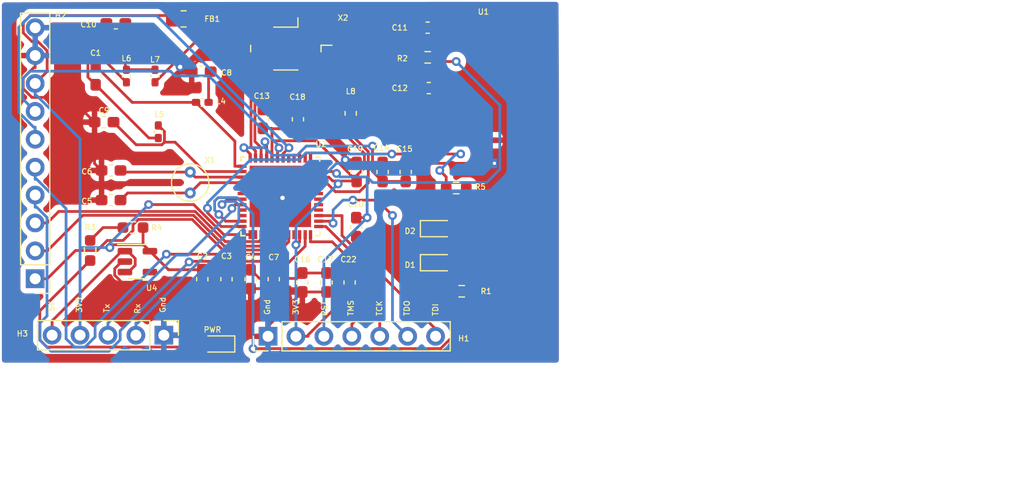
<source format=kicad_pcb>
(kicad_pcb (version 20221018) (generator pcbnew)
  (layers (0 "F.Cu" signal) (31 "B.Cu" signal) (34 "B.Paste" user) (35 "F.Paste" user) (36 "B.SilkS" user "B.Silkscreen") (37 "F.SilkS" user "F.Silkscreen") (38 "B.Mask" user) (39 "F.Mask" user) (44 "Edge.Cuts" user))
  (net 0 "")
  (net 1 "Net-(C1-Pad1)")
  (net 2 "GNDREF")
  (net 3 "Net-(U2-RF_N)")
  (net 4 "Net-(C8-Pad2)")
  (net 5 "Net-(U2-RF_P)")
  (net 6 "Net-(C10-Pad1)")
  (net 7 "Net-(C11-Pad1)")
  (net 8 "Net-(C11-Pad2)")
  (net 9 "Net-(C12-Pad1)")
  (net 10 "Net-(U2-DCOUPL)")
  (net 11 "+3V3")
  (net 12 "VDDR")
  (net 13 "Reset")
  (net 14 "X_32K_2")
  (net 15 "X_32K_1")
  (net 16 "Net-(D1-A)")
  (net 17 "Net-(D2-A)")
  (net 18 "Net-(PWR1-A)")
  (net 19 "JTAG_TMSC")
  (net 20 "JTAG_TCKC")
  (net 21 "TDO")
  (net 22 "TDI")
  (net 23 "UART_Rx")
  (net 24 "UART_Tx")
  (net 25 "+5V")
  (net 26 "/Pin_11")
  (net 27 "/Pin_10")
  (net 28 "/Pin_9")
  (net 29 "/Btn_2")
  (net 30 "/Btn_1")
  (net 31 "/An_2")
  (net 32 "/An_1")
  (net 33 "VDDS_DCDC")
  (net 34 "Net-(R3-Pad1)")
  (net 35 "/LED_1")
  (net 36 "/LED_2")
  (net 56 "X_48M_1")
  (net 57 "X_48M_2")
  (footprint "Capacitor_SMD:C_0603_1608Metric_Pad1.08x0.95mm_HandSolder" (layer "F.Cu") (at 133.9375 84.1375 90)
    (fp_text reference "C19")
    (fp_text value "0.1uf" hide)
  )
  (footprint "cc2652R7:cc2652R7" (layer "F.Cu") (at 127 86.36)
    (fp_text reference "U2")
    (fp_text value "cc2652R7" hide)
  )
  (footprint "Capacitor_SMD:C_0603_1608Metric_Pad1.08x0.95mm_HandSolder" (layer "F.Cu") (at 133.9 89.1625 -90)
    (fp_text reference "C20")
    (fp_text value "0.1uf" hide)
  )
  (footprint "Resistor_SMD:R_0603_1608Metric_Pad0.98x0.95mm_HandSolder" (layer "F.Cu") (at 113.6 89.2 180)
    (fp_text reference "R4")
    (fp_text value "0E" hide)
  )
  (footprint "Capacitor_SMD:C_0603_1608Metric_Pad1.08x0.95mm_HandSolder" (layer "F.Cu") (at 125.4 79.3 90)
    (fp_text reference "C13")
    (fp_text value "22uf" hide)
  )
  (footprint "Capacitor_SMD:C_0603_1608Metric_Pad1.08x0.95mm_HandSolder" (layer "F.Cu") (at 124.3 93.9 -90)
    (fp_text reference "C4")
    (fp_text value "0.1uf" hide)
  )
  (footprint "Capacitor_SMD:C_0603_1608Metric_Pad1.08x0.95mm_HandSolder" (layer "F.Cu") (at 122.1 93.9 -90)
    (fp_text reference "C3")
    (fp_text value "0.1uf" hide)
  )
  (footprint "Inductor_SMD:L_0402_1005Metric_Pad0.77x0.64mm_HandSolder" (layer "F.Cu") (at 119.9 77.8 180)
    (fp_text reference "L4")
    (fp_text value "3.7nH" hide)
  )
  (footprint "Capacitor_SMD:C_0603_1608Metric_Pad1.08x0.95mm_HandSolder" (layer "F.Cu") (at 119.9 93.9 -90)
    (fp_text reference "C2")
    (fp_text value "0.1uf" hide)
  )
  (footprint "Capacitor_SMD:C_0603_1608Metric_Pad1.08x0.95mm_HandSolder" (layer "F.Cu") (at 111.6 86.7 180)
    (fp_text reference "C5")
    (fp_text value "12pf" hide)
  )
  (footprint "Capacitor_SMD:C_0603_1608Metric_Pad1.08x0.95mm_HandSolder" (layer "F.Cu") (at 112.0375 70.6 180)
    (fp_text reference "C10")
    (fp_text value "1pf" hide)
  )
  (footprint "Crystal:Crystal_SMD_0603-4Pin_6.0x3.5mm_HandSoldering" (layer "F.Cu") (at 127.5 72.9 180)
    (fp_text reference "X2")
    (fp_text value "48MHz" hide)
  )
  (footprint "RF_Antenna:Texas_SWRA117D_2.4GHz_Left" (layer "F.Cu") (at 146.475 81.25 -90)
    (fp_text reference "U1")
    (fp_text value "Antenna_Dipole" hide)
  )
  (footprint "Connector_PinHeader_2.54mm:PinHeader_1x05_P2.54mm_Vertical" (layer "F.Cu") (at 116.4 99 -90)
    (fp_text reference "H3")
    (fp_text value "UART_Conn" hide)
  )
  (footprint "Capacitor_SMD:C_0603_1608Metric_Pad1.08x0.95mm_HandSolder" (layer "F.Cu") (at 119.8 75)
    (fp_text reference "C8")
    (fp_text value "12pf" hide)
  )
  (footprint "Capacitor_SMD:C_0603_1608Metric_Pad1.08x0.95mm_HandSolder" (layer "F.Cu") (at 138.4 84.1375 90)
    (fp_text reference "C15")
    (fp_text value "0.1uf" hide)
  )
  (footprint "Capacitor_SMD:C_0603_1608Metric_Pad1.08x0.95mm_HandSolder" (layer "F.Cu") (at 129 94.2 -90)
    (fp_text reference "C16")
    (fp_text value "0.1uf" hide)
  )
  (footprint "Resistor_SMD:R_0603_1608Metric_Pad0.98x0.95mm_HandSolder" (layer "F.Cu") (at 109.7 91.2875 -90)
    (fp_text reference "R3")
    (fp_text value "1K" hide)
  )
  (footprint "LED_SMD:LED_0603_1608Metric_Pad1.05x0.95mm_HandSolder" (layer "F.Cu") (at 141.4 89.3)
    (fp_text reference "D2")
    (fp_text value "LED_2" hide)
  )
  (footprint "Capacitor_SMD:C_0603_1608Metric_Pad1.08x0.95mm_HandSolder" (layer "F.Cu") (at 110.9625 79.6 180)
    (fp_text reference "C9")
    (fp_text value "1pf" hide)
  )
  (footprint "Capacitor_SMD:C_0603_1608Metric_Pad1.08x0.95mm_HandSolder" (layer "F.Cu") (at 111.6 84 180)
    (fp_text reference "C6")
    (fp_text value "12pf" hide)
  )
  (footprint "Resistor_SMD:R_0603_1608Metric_Pad0.98x0.95mm_HandSolder" (layer "F.Cu") (at 143 85.6)
    (fp_text reference "R5")
    (fp_text value "1K" hide)
  )
  (footprint "Capacitor_SMD:C_0603_1608Metric_Pad1.08x0.95mm_HandSolder" (layer "F.Cu") (at 140.4 71)
    (fp_text reference "C11")
    (fp_text value "12pf" hide)
  )
  (footprint "Connector_PinHeader_2.54mm:PinHeader_1x07_P2.54mm_Vertical" (layer "F.Cu") (at 125.88 99.1 90)
    (fp_text reference "H1")
    (fp_text value "JTAG_Conn" hide)
  )
  (footprint "Connector_PinHeader_2.54mm:PinHeader_1x10_P2.54mm_Vertical" (layer "F.Cu") (at 104.7 93.86 180)
    (fp_text reference "H2")
    (fp_text value "Headers" hide)
  )
  (footprint "Capacitor_SMD:C_0603_1608Metric_Pad1.08x0.95mm_HandSolder" (layer "F.Cu") (at 126.4 93.9 90)
    (fp_text reference "C7")
    (fp_text value "1uf" hide)
  )
  (footprint "Capacitor_SMD:C_0603_1608Metric_Pad1.08x0.95mm_HandSolder" (layer "F.Cu") (at 140.5 76.5)
    (fp_text reference "C12")
    (fp_text value "12pf" hide)
  )
  (footprint "Package_TO_SOT_SMD:SOT-23-5" (layer "F.Cu") (at 114 92.3)
    (fp_text reference "U4")
    (fp_text value "AP2112K-3.3" hide)
  )
  (footprint "Resistor_SMD:R_0603_1608Metric_Pad0.98x0.95mm_HandSolder" (layer "F.Cu") (at 140.4 73.7)
    (fp_text reference "R2")
    (fp_text value "100K" hide)
  )
  (footprint "Capacitor_SMD:C_0603_1608Metric_Pad1.08x0.95mm_HandSolder" (layer "F.Cu") (at 110.2 75.3375 90)
    (fp_text reference "C1")
    (fp_text value "1pf" hide)
  )
  (footprint "Inductor_SMD:L_0402_1005Metric_Pad0.77x0.64mm_HandSolder" (layer "F.Cu") (at 113 75.4 90)
    (fp_text reference "L6")
    (fp_text value "3.4nH" hide)
  )
  (footprint "Inductor_SMD:L_0402_1005Metric_Pad0.77x0.64mm_HandSolder" (layer "F.Cu") (at 115.9 80.475 -90)
    (fp_text reference "L5")
    (fp_text value "3.7nH" hide)
  )
  (footprint "Inductor_SMD:L_0402_1005Metric_Pad0.77x0.64mm_HandSolder" (layer "F.Cu") (at 115.6 75.4 -90)
    (fp_text reference "L7")
    (fp_text value "3.4nH" hide)
  )
  (footprint "LED_SMD:LED_0603_1608Metric_Pad1.05x0.95mm_HandSolder" (layer "F.Cu") (at 121.2 99.8 180)
    (fp_text reference "PWR")
    (fp_text value "LED" hide)
  )
  (footprint "Resistor_SMD:R_0805_2012Metric_Pad1.20x1.40mm_HandSolder" (layer "F.Cu") (at 118.2 70.2)
    (fp_text reference "FB1")
    (fp_text value "FerriteBead" hide)
  )
  (footprint "Capacitor_SMD:C_0603_1608Metric_Pad1.08x0.95mm_HandSolder" (layer "F.Cu") (at 128.6 79.3375 90)
    (fp_text reference "C18")
    (fp_text value "0.1uf" hide)
  )
  (footprint "Resistor_SMD:R_0603_1608Metric_Pad0.98x0.95mm_HandSolder" (layer "F.Cu") (at 143.5 95)
    (fp_text reference "R1")
    (fp_text value "1K" hide)
  )
  (footprint "Capacitor_SMD:C_0603_1608Metric_Pad1.08x0.95mm_HandSolder" (layer "F.Cu") (at 136.3 84.1375 90)
    (fp_text reference "C14")
    (fp_text value "0.1uf" hide)
  )
  (footprint "Crystal:Crystal_C38-LF_D3.0mm_L8.0mm_Vertical" (layer "F.Cu") (at 118.8 86.05 90)
    (fp_text reference "X1")
    (fp_text value "32.768KHz" hide)
  )
  (footprint "LED_SMD:LED_0603_1608Metric_Pad1.05x0.95mm_HandSolder" (layer "F.Cu") (at 141.4 92.4)
    (fp_text reference "D1")
    (fp_text value "LED_1" hide)
  )
  (footprint "Capacitor_SMD:C_0603_1608Metric_Pad1.08x0.95mm_HandSolder" (layer "F.Cu") (at 131.2 94.2 -90)
    (fp_text reference "C17")
    (fp_text value "0.1uf" hide)
  )
  (footprint "Capacitor_SMD:C_0603_1608Metric_Pad1.08x0.95mm_HandSolder" (layer "F.Cu") (at 133.3 94.2 -90)
    (fp_text reference "C22")
    (fp_text value "2.2uf" hide)
  )
  (footprint "Inductor_SMD:L_0603_1608Metric_Pad1.05x0.95mm_HandSolder" (layer "F.Cu") (at 133.4 78.8 -90)
    (fp_text reference "L8")
    (fp_text value "6.8uH" hide)
  )
  (gr_text "TDI" (at 141.4 97.3 90) (layer "F.SilkS") (effects (font (size 0.5 0.5) (thickness 0.09) bold) (justify left bottom)))
  (gr_text "RST" (at 131.3 97.3 90) (layer "F.SilkS") (effects (font (size 0.5 0.5) (thickness 0.09) bold) (justify left bottom)))
  (gr_text "TDO" (at 138.8 97.3 90) (layer "F.SilkS") (effects (font (size 0.5 0.5) (thickness 0.09) bold) (justify left bottom)))
  (gr_text "Tx" (at 111.5 97 90) (layer "F.SilkS") (effects (font (size 0.5 0.5) (thickness 0.09) bold) (justify left bottom)))
  (gr_text "3V3" (at 109 97 90) (layer "F.SilkS") (effects (font (size 0.5 0.5) (thickness 0.09) bold) (justify left bottom)))
  (gr_text "TCK" (at 136.3 97.3 90) (layer "F.SilkS") (effects (font (size 0.5 0.5) (thickness 0.09) bold) (justify left bottom)))
  (gr_text "Rx" (at 114.3 97.1 90) (layer "F.SilkS") (effects (font (size 0.5 0.5) (thickness 0.09) bold) (justify left bottom)))
  (gr_text "TMS" (at 133.7 97.3 90) (layer "F.SilkS") (effects (font (size 0.5 0.5) (thickness 0.09) bold) (justify left bottom)))
  (gr_text "5V" (at 106.5 96.9 90) (layer "F.SilkS") (effects (font (size 0.5 0.5) (thickness 0.09) bold) (justify left bottom)))
  (gr_text "Gnd" (at 116.6 97 90) (layer "F.SilkS") (effects (font (size 0.5 0.5) (thickness 0.09) bold) (justify left bottom)))
  (gr_text "3V3" (at 128.7 97.2 90) (layer "F.SilkS") (effects (font (size 0.5 0.5) (thickness 0.09) bold) (justify left bottom)))
  (gr_text "Gnd" (at 126.1 97.2 90) (layer "F.SilkS") (effects (font (size 0.5 0.5) (thickness 0.09) bold) (justify left bottom)))
  (segment (start 110.2 76.2) (end 109.4972 75.4972) (width 0.25) (layer "F.Cu") (net 1))
  (segment (start 109.4972 73.9645) (end 109.752 73.7097) (width 0.25) (layer "F.Cu") (net 1))
  (segment (start 109.4972 75.4972) (end 109.4972 73.9645) (width 0.25) (layer "F.Cu") (net 1))
  (segment (start 110.2 76.2) (end 115.0475 81.0475) (width 0.25) (layer "F.Cu") (net 1))
  (segment (start 109.752 73.7097) (end 110.7372 73.7097) (width 0.25) (layer "F.Cu") (net 1))
  (segment (start 115.0475 81.0475) (end 115.9 81.0475) (width 0.25) (layer "F.Cu") (net 1))
  (segment (start 110.7372 73.7097) (end 113 75.9725) (width 0.25) (layer "F.Cu") (net 1))
  (segment (start 140.525 90.025) (end 140.525 89.3) (width 0.25) (layer "F.Cu") (net 2))
  (segment (start 104.7 71) (end 110.775 71) (width 0.25) (layer "F.Cu") (net 2))
  (segment (start 124.85 71.4999) (end 126.3253 70.0246) (width 0.25) (layer "F.Cu") (net 2))
  (segment (start 124.78 99.1) (end 122.775 99.1) (width 0.25) (layer "F.Cu") (net 2))
  (segment (start 146.475 83.35) (end 140.525 83.35) (width 0.25) (layer "F.Cu") (net 2))
  (segment (start 132.9046 83.0309) (end 133.6934 83.0309) (width 0.25) (layer "F.Cu") (net 2))
  (segment (start 107.85 77.35) (end 110.1 79.6) (width 0.25) (layer "F.Cu") (net 2))
  (segment (start 124.85 71.6499) (end 121.8654 71.6499) (width 0.25) (layer "F.Cu") (net 2))
  (segment (start 121.8654 71.6499) (end 118.9375 74.5778) (width 0.25) (layer "F.Cu") (net 2))
  (segment (start 104.4046 77.35) (end 107.85 77.35) (width 0.25) (layer "F.Cu") (net 2))
  (segment (start 129 95.0625) (end 126.0625 98) (width 0.25) (layer "F.Cu") (net 2))
  (segment (start 140.525 90.025) (end 133.9 90.025) (width 0.25) (layer "F.Cu") (net 2))
  (segment (start 104.7 74.64) (end 104.5657 74.64) (width 0.25) (layer "F.Cu") (net 2))
  (segment (start 126.3253 70.0246) (end 131.5503 70.0246) (width 0.25) (layer "F.Cu") (net 2))
  (segment (start 103.6131 75.5926) (end 103.6131 76.5585) (width 0.25) (layer "F.Cu") (net 2))
  (segment (start 118.9375 74.5778) (end 118.9375 75) (width 0.25) (layer "F.Cu") (net 2))
  (segment (start 104.7 73.7132) (end 104.7 73.7112) (width 0.25) (layer "F.Cu") (net 2))
  (segment (start 131.7269 72.5481) (end 131.125 73.15) (width 0.25) (layer "F.Cu") (net 2))
  (segment (start 130.15 74.45) (end 130.15 76.925) (width 0.25) (layer "F.Cu") (net 2))
  (segment (start 124.85 71.4999) (end 124.85 71.6499) (width 0.25) (layer "F.Cu") (net 2))
  (segment (start 118.9375 74.5778) (end 117.8841 74.5778) (width 0.25) (layer "F.Cu") (net 2))
  (segment (start 131.7269 70.2012) (end 131.7269 72.5481) (width 0.25) (layer "F.Cu") (net 2))
  (segment (start 125.88 99.1) (end 125.88 98) (width 0.25) (layer "F.Cu") (net 2))
  (segment (start 125.88 99.1) (end 124.78 99.1) (width 0.25) (layer "F.Cu") (net 2))
  (segment (start 138.475 83.35) (end 138.4 83.275) (width 0.25) (layer "F.Cu") (net 2))
  (segment (start 130.15 74.45) (end 130.15 73.15) (width 0.25) (layer "F.Cu") (net 2))
  (segment (start 104.5657 74.64) (end 103.6131 75.5926) (width 0.25) (layer "F.Cu") (net 2))
  (segment (start 121.275 99) (end 122.075 99.8) (width 0.25) (layer "F.Cu") (net 2))
  (segment (start 140.525 89.3) (end 140.525 83.35) (width 0.25) (layer "F.Cu") (net 2))
  (segment (start 126.0625 98) (end 125.88 98) (width 0.25) (layer "F.Cu") (net 2))
  (segment (start 133.6934 83.0309) (end 133.9375 83.275) (width 0.25) (layer "F.Cu") (net 2))
  (segment (start 131.2 95.0625) (end 129 95.0625) (width 0.25) (layer "F.Cu") (net 2))
  (segment (start 116.4 99) (end 121.275 99) (width 0.25) (layer "F.Cu") (net 2))
  (segment (start 110.775 71) (end 111.175 70.6) (width 0.25) (layer "F.Cu") (net 2))
  (segment (start 140.525 92.4) (end 140.525 90.025) (width 0.25) (layer "F.Cu") (net 2))
  (segment (start 119.9 94.7625) (end 122.1 94.7625) (width 0.25) (layer "F.Cu") (net 2))
  (segment (start 129 95.0625) (end 128.7 94.7625) (width 0.25) (layer "F.Cu") (net 2))
  (segment (start 122.775 99.1) (end 122.075 99.8) (width 0.25) (layer "F.Cu") (net 2))
  (segment (start 140.525 83.35) (end 138.475 83.35) (width 0.25) (layer "F.Cu") (net 2))
  (segment (start 130.15 76.925) (end 128.6 78.475) (width 0.25) (layer "F.Cu") (net 2))
  (segment (start 111.9331 92.9402) (end 111.9331 93.5392) (width 0.25) (layer "F.Cu") (net 2))
  (segment (start 131.125 73.15) (end 130.15 73.15) (width 0.25) (layer "F.Cu") (net 2))
  (segment (start 131.5503 70.0246) (end 131.7269 70.2012) (width 0.25) (layer "F.Cu") (net 2))
  (segment (start 132.9046 82.7796) (end 128.6 78.475) (width 0.25) (layer "F.Cu") (net 2))
  (segment (start 128.6 78.475) (end 125.4375 78.475) (width 0.25) (layer "F.Cu") (net 2))
  (segment (start 104.7 73.7132) (end 104.7 74.64) (width 0.25) (layer "F.Cu") (net 2))
  (segment (start 122.1 94.7625) (end 124.3 94.7625) (width 0.25) (layer "F.Cu") (net 2))
  (segment (start 110.1 79.6) (end 110.1 83.3625) (width 0.25) (layer "F.Cu") (net 2))
  (segment (start 126.4 94.7625) (end 124.3 94.7625) (width 0.25) (layer "F.Cu") (net 2))
  (segment (start 125.4375 78.475) (end 125.4 78.4375) (width 0.25) (layer "F.Cu") (net 2))
  (segment (start 128.7 94.7625) (end 126.4 94.7625) (width 0.25) (layer "F.Cu") (net 2))
  (segment (start 112.5733 92.3) (end 111.9331 92.9402) (width 0.25) (layer "F.Cu") (net 2))
  (segment (start 124.85 71.35) (end 124.85 71.4999) (width 0.25) (layer "F.Cu") (net 2))
  (segment (start 136.3 83.275) (end 138.4 83.275) (width 0.25) (layer "F.Cu") (net 2))
  (segment (start 111.9331 93.5392) (end 113.1563 94.7624) (width 0.25) (layer "F.Cu") (net 2))
  (segment (start 133.3 95.0625) (end 131.2 95.0625) (width 0.25) (layer "F.Cu") (net 2))
  (segment (start 132.9046 83.0309) (end 132.9046 82.7796) (width 0.25) (layer "F.Cu") (net 2))
  (segment (start 112.8625 92.3) (end 112.5733 92.3) (width 0.25) (layer "F.Cu") (net 2))
  (segment (start 113.1563 94.7624) (end 119.9 94.7624) (width 0.25) (layer "F.Cu") (net 2))
  (segment (start 110.7375 84) (end 110.7375 86.7) (width 0.25) (layer "F.Cu") (net 2))
  (segment (start 104.7 73.54) (end 104.7 73.7112) (width 0.25) (layer "F.Cu") (net 2))
  (segment (start 119.9 94.7624) (end 119.9 94.7625) (width 0.25) (layer "F.Cu") (net 2))
  (segment (start 110.1 83.3625) (end 110.7375 84) (width 0.25) (layer "F.Cu") (net 2))
  (segment (start 103.6131 76.5585) (end 104.4046 77.35) (width 0.25) (layer "F.Cu") (net 2))
  (via (at 127.2 86.5) (size 0.8) (drill 0.4) (layers "F.Cu" "B.Cu") (net 2))
  (via (at 132.9046 83.0309) (size 0.8) (drill 0.4) (layers "F.Cu" "B.Cu") (net 2))
  (via (at 117.8841 74.5778) (size 0.8) (drill 0.4) (layers "F.Cu" "B.Cu") (net 2))
  (segment (start 104.7 71) (end 104.7 73.54) (width 0.25) (layer "B.Cu") (net 2))
  (segment (start 146.475 83.35) (end 145.975 83.35) (width 0.25) (layer "B.Cu") (net 2))
  (segment (start 125.88 89.5761) (end 132.106 83.3501) (width 0.25) (layer "B.Cu") (net 2))
  (segment (start 125.88 89.5761) (end 125.88 87.82) (width 0.25) (layer "B.Cu") (net 2))
  (segment (start 144.325 81.7) (end 142.783884 81.7) (width 0.25) (layer "B.Cu") (net 2))
  (segment (start 142.783884 81.7) (end 141.133884 83.35) (width 0.25) (layer "B.Cu") (net 2))
  (segment (start 132.9046 83.35) (end 132.9046 83.0309) (width 0.25) (layer "B.Cu") (net 2))
  (segment (start 116.8463 73.54) (end 117.8841 74.5778) (width 0.25) (layer "B.Cu") (net 2))
  (segment (start 132.9046 83.3501) (end 132.9046 83.35) (width 0.25) (layer "B.Cu") (net 2))
  (segment (start 132.106 83.3501) (end 132.9046 83.3501) (width 0.25) (layer "B.Cu") (net 2))
  (segment (start 125.88 87.82) (end 127.2 86.5) (width 0.25) (layer "B.Cu") (net 2))
  (segment (start 125.88 99.1) (end 125.88 89.5761) (width 0.25) (layer "B.Cu") (net 2))
  (segment (start 104.7 73.54) (end 116.8463 73.54) (width 0.25) (layer "B.Cu") (net 2))
  (segment (start 145.975 83.35) (end 144.325 81.7) (width 0.25) (layer "B.Cu") (net 2))
  (segment (start 141.133884 83.35) (end 132.9046 83.35) (width 0.25) (layer "B.Cu") (net 2))
  (segment (start 113.8849 81.6599) (end 116.224 81.6599) (width 0.25) (layer "F.Cu") (net 3))
  (segment (start 117.4236 81.4261) (end 116.4578 81.4261) (width 0.25) (layer "F.Cu") (net 3))
  (segment (start 120.0969 84.0994) (end 117.4236 81.4261) (width 0.25) (layer "F.Cu") (net 3))
  (segment (start 116.224 81.6599) (end 116.4578 81.4261) (width 0.25) (layer "F.Cu") (net 3))
  (segment (start 116.4578 80.4603) (end 115.9 79.9025) (width 0.25) (layer "F.Cu") (net 3))
  (segment (start 111.825 79.6) (end 113.8849 81.6599) (width 0.25) (layer "F.Cu") (net 3))
  (segment (start 116.4578 81.4261) (end 116.4578 80.4603) (width 0.25) (layer "F.Cu") (net 3))
  (segment (start 123.5202 84.0994) (end 120.0969 84.0994) (width 0.25) (layer "F.Cu") (net 3))
  (segment (start 120.6625 75) (end 120.4725 75.19) (width 0.25) (layer "F.Cu") (net 4))
  (segment (start 120.4725 75.19) (end 120.4725 77.8) (width 0.25) (layer "F.Cu") (net 4))
  (segment (start 123.5202 83.6168) (end 122.8638 83.6168) (width 0.25) (layer "F.Cu") (net 5))
  (segment (start 110.2 74.475) (end 113.525 77.8) (width 0.25) (layer "F.Cu") (net 5))
  (segment (start 122.8638 81.3363) (end 119.3275 77.8) (width 0.25) (layer "F.Cu") (net 5))
  (segment (start 122.8638 83.6168) (end 122.8638 81.3363) (width 0.25) (layer "F.Cu") (net 5))
  (segment (start 113.525 77.8) (end 119.3275 77.8) (width 0.25) (layer "F.Cu") (net 5))
  (segment (start 113 74.8275) (end 115.6 74.8275) (width 0.25) (layer "F.Cu") (net 6))
  (segment (start 112.9 74.7275) (end 113 74.8275) (width 0.25) (layer "F.Cu") (net 6))
  (segment (start 112.9 70.6) (end 112.9 74.7275) (width 0.25) (layer "F.Cu") (net 6))
  (segment (start 140.4 75.5375) (end 140.4 71.8625) (width 0.25) (layer "F.Cu") (net 7))
  (segment (start 140.4 71.8625) (end 139.5375 71) (width 0.25) (layer "F.Cu") (net 7))
  (segment (start 141.3625 76.5) (end 140.4 75.5375) (width 0.25) (layer "F.Cu") (net 7))
  (segment (start 139.9352 69.6727) (end 121.8998 69.6727) (width 0.25) (layer "F.Cu") (net 8))
  (segment (start 121.8998 69.6727) (end 115.6 75.9725) (width 0.25) (layer "F.Cu") (net 8))
  (segment (start 141.2625 71) (end 139.9352 69.6727) (width 0.25) (layer "F.Cu") (net 8))
  (segment (start 146.475 81.25) (end 144.3875 81.25) (width 0.25) (layer "F.Cu") (net 9))
  (segment (start 144.3875 81.25) (end 139.6375 76.5) (width 0.25) (layer "F.Cu") (net 9))
  (segment (start 126.4 93.0375) (end 127.1178 93.0375) (width 0.25) (layer "F.Cu") (net 10))
  (segment (start 129.2606 89.8398) (end 129.2606 90.4962) (width 0.25) (layer "F.Cu") (net 10))
  (segment (start 129.2606 90.8947) (end 129.2606 90.4962) (width 0.25) (layer "F.Cu") (net 10))
  (segment (start 127.1178 93.0375) (end 129.2606 90.8947) (width 0.25) (layer "F.Cu") (net 10))
  (segment (start 119.2 70.2) (end 117.2 70.2) (width 0.25) (layer "F.Cu") (net 11))
  (segment (start 133.3 93.3375) (end 134.0423 94.0798) (width 0.25) (layer "F.Cu") (net 11))
  (segment (start 131.665 96.841) (end 129.52 98.986) (width 0.25) (layer "F.Cu") (net 11))
  (segment (start 134.6459 83.7666) (end 134.6459 82.4624) (width 0.25) (layer "F.Cu") (net 11))
  (segment (start 125.0922 93.8297) (end 124.3 93.0375) (width 0.25) (layer "F.Cu") (net 11))
  (segment (start 133.8525 84.915) (end 133.8106 84.9569) (width 0.25) (layer "F.Cu") (net 11))
  (segment (start 132.6316 78.6934) (end 133.4 77.925) (width 0.25) (layer "F.Cu") (net 11))
  (segment (start 134.0423 94.0798) (end 134.0423 95.5455) (width 0.25) (layer "F.Cu") (net 11))
  (segment (start 134.0423 95.5455) (end 132.7468 96.841) (width 0.25) (layer "F.Cu") (net 11))
  (segment (start 131.2 93.3375) (end 133.3 93.3375) (width 0.25) (layer "F.Cu") (net 11))
  (segment (start 132.2582 84.9569) (end 132.2582 85.2226) (width 0.25) (layer "F.Cu") (net 11))
  (segment (start 116.825 93.0375) (end 119.9 93.0375) (width 0.25) (layer "F.Cu") (net 11))
  (segment (start 114.5502 90.7627) (end 115.1375 91.35) (width 0.25) (layer "F.Cu") (net 11))
  (segment (start 126.238 80.2) (end 126.238 81.297) (width 0.25) (layer "F.Cu") (net 11))
  (segment (start 133.8106 84.9569) (end 132.2582 84.9569) (width 0.25) (layer "F.Cu") (net 11))
  (segment (start 116.8918 69.8918) (end 104.2422 69.8918) (width 0.25) (layer "F.Cu") (net 11))
  (segment (start 134.6459 82.4624) (end 132.6316 80.4481) (width 0.25) (layer "F.Cu") (net 11))
  (segment (start 128.7526 90.4962) (end 128.6946 90.4962) (width 0.25) (layer "F.Cu") (net 11))
  (segment (start 125.4 80.1625) (end 126.2005 80.1625) (width 0.25) (layer "F.Cu") (net 11))
  (segment (start 104.4124 72.27) (end 104.9543 72.27) (width 0.25) (layer "F.Cu") (net 11))
  (segment (start 132.7468 96.841) (end 131.665 96.841) (width 0.25) (layer "F.Cu") (net 11))
  (segment (start 129.52 98.986) (end 129.52 99.1) (width 0.25) (layer "F.Cu") (net 11))
  (segment (start 133.8926 84.5199) (end 134.6459 83.7666) (width 0.25) (layer "F.Cu") (net 11))
  (segment (start 137.625 73.7) (end 133.4 77.925) (width 0.25) (layer "F.Cu") (net 11))
  (segment (start 128.5078 93.8297) (end 125.0922 93.8297) (width 0.25) (layer "F.Cu") (net 11))
  (segment (start 128.42 99.1) (end 129.52 99.1) (width 0.25) (layer "F.Cu") (net 11))
  (segment (start 130.2842 81.297) (end 133.5071 84.5199) (width 0.25) (layer "F.Cu") (net 11))
  (segment (start 133.8525 84.5199) (end 133.8525 84.915) (width 0.25) (layer "F.Cu") (net 11))
  (segment (start 126.238 81.297) (end 126.238 82.8802) (width 0.25) (layer "F.Cu") (net 11))
  (segment (start 129 93.3375) (end 128.5078 93.8297) (width 0.25) (layer "F.Cu") (net 11))
  (segment (start 139.4875 73.7) (end 137.625 73.7) (width 0.25) (layer "F.Cu") (net 11))
  (segment (start 128.7526 89.8398) (end 128.7526 90.4962) (width 0.25) (layer "F.Cu") (net 11))
  (segment (start 115.0147 87.1065) (end 119.1215 87.1065) (width 0.25) (layer "F.Cu") (net 11))
  (segment (start 128.6946 90.4962) (end 128.42 90.7708) (width 0.25) (layer "F.Cu") (net 11))
  (segment (start 131.7597 84.9569) (end 131.4102 84.6074) (width 0.25) (layer "F.Cu") (net 11))
  (segment (start 133.5071 84.5199) (end 133.8525 84.5199) (width 0.25) (layer "F.Cu") (net 11))
  (segment (start 128.6 80.2) (end 126.238 80.2) (width 0.25) (layer "F.Cu") (net 11))
  (segment (start 130.4798 84.6074) (end 131.1362 84.6074) (width 0.25) (layer "F.Cu") (net 11))
  (segment (start 103.6212 71.4788) (end 104.4124 72.27) (width 0.25) (layer "F.Cu") (net 11))
  (segment (start 111.4902 91.022) (end 111.7495 90.7627) (width 0.25) (layer "F.Cu") (net 11))
  (segment (start 133.8525 84.5199) (end 133.8926 84.5199) (width 0.25) (layer "F.Cu") (net 11))
  (segment (start 126.238 81.297) (end 130.2842 81.297) (width 0.25) (layer "F.Cu") (net 11))
  (segment (start 132.2582 84.9569) (end 131.7597 84.9569) (width 0.25) (layer "F.Cu") (net 11))
  (segment (start 105.7896 73.1053) (end 105.7896 74.9904) (width 0.25) (layer "F.Cu") (net 11))
  (segment (start 103.6212 70.5128) (end 103.6212 71.4788) (width 0.25) (layer "F.Cu") (net 11))
  (segment (start 133.9375 85) (end 133.8525 84.915) (width 0.25) (layer "F.Cu") (net 11))
  (segment (start 131.4102 84.6074) (end 131.1362 84.6074) (width 0.25) (layer "F.Cu") (net 11))
  (segment (start 119.1215 87.1065) (end 121.8548 89.8398) (width 0.25) (layer "F.Cu") (net 11))
  (segment (start 105.7896 74.9904) (end 104.7 76.08) (width 0.25) (layer "F.Cu") (net 11))
  (segment (start 132.6316 80.4481) (end 132.6316 78.6934) (width 0.25) (layer "F.Cu") (net 11))
  (segment (start 114.5125 90.7627) (end 114.5502 90.7627) (width 0.25) (layer "F.Cu") (net 11))
  (segment (start 111.7495 90.7627) (end 114.5125 90.7627) (width 0.25) (layer "F.Cu") (net 11))
  (segment (start 121.8548 89.8398) (end 124.2568 89.8398) (width 0.25) (layer "F.Cu") (net 11))
  (segment (start 126.2005 80.1625) (end 126.238 80.2) (width 0.25) (layer "F.Cu") (net 11))
  (segment (start 104.2422 69.8918) (end 103.6212 70.5128) (width 0.25) (layer "F.Cu") (net 11))
  (segment (start 119.9 93.0375) (end 122.1 93.0375) (width 0.25) (layer "F.Cu") (net 11))
  (segment (start 131.2 93.3375) (end 129 93.3375) (width 0.25) (layer "F.Cu") (net 11))
  (segment (start 104.9543 72.27) (end 105.7896 73.1053) (width 0.25) (layer "F.Cu") (net 11))
  (segment (start 122.1 93.0375) (end 124.3 93.0375) (width 0.25) (layer "F.Cu") (net 11))
  (segment (start 117.2 70.2) (end 116.8918 69.8918) (width 0.25) (layer "F.Cu") (net 11))
  (segment (start 114.5125 90.7627) (end 114.5125 89.2) (width 0.25) (layer "F.Cu") (net 11))
  (segment (start 115.1375 91.35) (end 116.825 93.0375) (width 0.25) (layer "F.Cu") (net 11))
  (via (at 128.42 90.7708) (size 0.8) (drill 0.4) (layers "F.Cu" "B.Cu") (net 11))
  (via (at 115.0147 87.1065) (size 0.8) (drill 0.4) (layers "F.Cu" "B.Cu") (net 11))
  (via (at 132.2582 85.2226) (size 0.8) (drill 0.4) (layers "F.Cu" "B.Cu") (net 11))
  (via (at 111.4902 91.022) (size 0.8) (drill 0.4) (layers "F.Cu" "B.Cu") (net 11))
  (segment (start 115.0147 87.1065) (end 111.4902 90.631) (width 0.25) (layer "B.Cu") (net 11))
  (segment (start 111.4902 90.631) (end 111.4902 91.022) (width 0.25) (layer "B.Cu") (net 11))
  (segment (start 108.78 91.022) (end 108.78 99) (width 0.25) (layer "B.Cu") (net 11))
  (segment (start 128.42 90.7708) (end 128.42 89.0608) (width 0.25) (layer "B.Cu") (net 11))
  (segment (start 108.78 91.022) (end 111.4902 91.022) (width 0.25) (layer "B.Cu") (net 11))
  (segment (start 128.42 99.1) (end 128.42 90.7708) (width 0.25) (layer "B.Cu") (net 11))
  (segment (start 108.78 81.1225) (end 108.78 91.022) (width 0.25) (layer "B.Cu") (net 11))
  (segment (start 128.42 89.0608) (end 132.2582 85.2226) (width 0.25) (layer "B.Cu") (net 11))
  (segment (start 104.7 76.08) (end 104.7 77.18) (width 0.25) (layer "B.Cu") (net 11))
  (segment (start 104.8375 77.18) (end 108.78 81.1225) (width 0.25) (layer "B.Cu") (net 11))
  (segment (start 104.7 77.18) (end 104.8375 77.18) (width 0.25) (layer "B.Cu") (net 11))
  (segment (start 136.3 85) (end 135.3816 84.0816) (width 0.25) (layer "F.Cu") (net 12))
  (segment (start 135.3816 84.0816) (end 135.3816 81.7799) (width 0.25) (layer "F.Cu") (net 12))
  (segment (start 136.3 85) (end 138.4 85) (width 0.25) (layer "F.Cu") (net 12))
  (segment (start 125.7554 81.5391) (end 125.7554 82.8802) (width 0.25) (layer "F.Cu") (net 12))
  (segment (start 124.2568 82.501) (end 124.2568 82.8802) (width 0.25) (layer "F.Cu") (net 12))
  (segment (start 125.6013 81.385) (end 125.7554 81.5391) (width 0.25) (layer "F.Cu") (net 12))
  (segment (start 123.6806 81.9248) (end 124.2568 82.501) (width 0.25) (layer "F.Cu") (net 12))
  (via (at 123.6806 81.9248) (size 0.8) (drill 0.4) (layers "F.Cu" "B.Cu") (net 12))
  (via (at 135.3816 81.7799) (size 0.8) (drill 0.4) (layers "F.Cu" "B.Cu") (net 12))
  (via (at 125.6013 81.385) (size 0.8) (drill 0.4) (layers "F.Cu" "B.Cu") (net 12))
  (segment (start 125.6013 81.9248) (end 123.6806 81.9248) (width 0.25) (layer "B.Cu") (net 12))
  (segment (start 129.3606 81.7799) (end 128.5307 82.6098) (width 0.25) (layer "B.Cu") (net 12))
  (segment (start 126.2863 82.6098) (end 125.6013 81.9248) (width 0.25) (layer "B.Cu") (net 12))
  (segment (start 125.6013 81.9248) (end 125.6013 81.385) (width 0.25) (layer "B.Cu") (net 12))
  (segment (start 128.5307 82.6098) (end 126.2863 82.6098) (width 0.25) (layer "B.Cu") (net 12))
  (segment (start 135.3816 81.7799) (end 129.3606 81.7799) (width 0.25) (layer "B.Cu") (net 12))
  (segment (start 131.9402 84.0994) (end 132.1123 84.2715) (width 0.25) (layer "F.Cu") (net 13))
  (segment (start 141.6946 74.0821) (end 141.3125 73.7) (width 0.25) (layer "F.Cu") (net 13))
  (segment (start 130.4798 84.0994) (end 131.1362 84.0994) (width 0.25) (layer "F.Cu") (net 13))
  (segment (start 133.9 88.3) (end 134.8944 88.3) (width 0.25) (layer "F.Cu") (net 13))
  (segment (start 142.9949 74.0821) (end 141.6946 74.0821) (width 0.25) (layer "F.Cu") (net 13))
  (segment (start 131.1362 84.0994) (end 131.9402 84.0994) (width 0.25) (layer "F.Cu") (net 13))
  (via (at 142.9949 74.0821) (size 0.8) (drill 0.4) (layers "F.Cu" "B.Cu") (net 13))
  (via (at 132.1123 84.2715) (size 0.8) (drill 0.4) (layers "F.Cu" "B.Cu") (net 13))
  (via (at 134.8944 88.3) (size 0.8) (drill 0.4) (layers "F.Cu" "B.Cu") (net 13))
  (segment (start 135.4021 85.1) (end 145.7621 85.1) (width 0.25) (layer "B.Cu") (net 13))
  (segment (start 130.96 92.2344) (end 134.8944 88.3) (width 0.25) (layer "B.Cu") (net 13))
  (segment (start 132.4331 84.5923) (end 134.8944 84.5923) (width 0.25) (layer "B.Cu") (net 13))
  (segment (start 130.96 99.1) (end 130.96 92.2344) (width 0.25) (layer "B.Cu") (net 13))
  (segment (start 145.7621 85.1) (end 146.961 83.9011) (width 0.25) (layer "B.Cu") (net 13))
  (segment (start 146.961 78.0482) (end 142.9949 74.0821) (width 0.25) (layer "B.Cu") (net 13))
  (segment (start 134.8944 84.5923) (end 135.4021 85.1) (width 0.25) (layer "B.Cu") (net 13))
  (segment (start 132.1123 84.2715) (end 132.4331 84.5923) (width 0.25) (layer "B.Cu") (net 13))
  (segment (start 134.8944 88.3) (end 134.8944 84.5923) (width 0.25) (layer "B.Cu") (net 13))
  (segment (start 146.961 83.9011) (end 146.961 78.0482) (width 0.25) (layer "B.Cu") (net 13))
  (segment (start 123.5202 85.1154) (end 119.7346 85.1154) (width 0.25) (layer "F.Cu") (net 14))
  (segment (start 118.8 86.05) (end 113.1125 86.05) (width 0.25) (layer "F.Cu") (net 14))
  (segment (start 113.1125 86.05) (end 112.4625 86.7) (width 0.25) (layer "F.Cu") (net 14))
  (segment (start 119.7346 85.1154) (end 118.8 86.05) (width 0.25) (layer "F.Cu") (net 14))
  (segment (start 118.8 84.15) (end 112.6125 84.15) (width 0.25) (layer "F.Cu") (net 15))
  (segment (start 119.2574 84.6074) (end 118.8 84.15) (width 0.25) (layer "F.Cu") (net 15))
  (segment (start 123.5202 84.6074) (end 119.2574 84.6074) (width 0.25) (layer "F.Cu") (net 15))
  (segment (start 112.6125 84.15) (end 112.4625 84) (width 0.25) (layer "F.Cu") (net 15))
  (segment (start 142.275 92.4) (end 144.4125 94.5375) (width 0.25) (layer "F.Cu") (net 16))
  (segment (start 144.4125 94.5375) (end 144.4125 95) (width 0.25) (layer "F.Cu") (net 16))
  (segment (start 142.275 89.3) (end 143.9125 87.6625) (width 0.25) (layer "F.Cu") (net 17))
  (segment (start 143.9125 87.6625) (end 143.9125 85.6) (width 0.25) (layer "F.Cu") (net 17))
  (segment (start 120.0481 100.0769) (end 120.325 99.8) (width 0.25) (layer "F.Cu") (net 18))
  (segment (start 105.1202 96.7798) (end 105.1202 99.4316) (width 0.25) (layer "F.Cu") (net 18))
  (segment (start 105.7655 100.0769) (end 120.0481 100.0769) (width 0.25) (layer "F.Cu") (net 18))
  (segment (start 105.1202 99.4316) (end 105.7655 100.0769) (width 0.25) (layer "F.Cu") (net 18))
  (segment (start 109.7 92.2) (end 105.1202 96.7798) (width 0.25) (layer "F.Cu") (net 18))
  (segment (start 133.5 99.1) (end 133.5 98) (width 0.25) (layer "F.Cu") (net 19))
  (segment (start 129.7432 89.8398) (end 129.7432 90.4962) (width 0.25) (layer "F.Cu") (net 19))
  (segment (start 134.4234 97.0766) (end 134.4234 93.2047) (width 0.25) (layer "F.Cu") (net 19))
  (segment (start 133.5 98) (end 134.4234 97.0766) (width 0.25) (layer "F.Cu") (net 19))
  (segment (start 134.4234 93.2047) (end 131.7149 90.4962) (width 0.25) (layer "F.Cu") (net 19))
  (segment (start 131.7149 90.4962) (end 129.7432 90.4962) (width 0.25) (layer "F.Cu") (net 19))
  (segment (start 130.4798 89.1032) (end 131.1362 89.1032) (width 0.25) (layer "F.Cu") (net 20))
  (segment (start 131.1362 89.1032) (end 136.04 94.007) (width 0.25) (layer "F.Cu") (net 20))
  (segment (start 136.04 94.007) (end 136.04 99.1) (width 0.25) (layer "F.Cu") (net 20))
  (segment (start 135.8 86.7) (end 137.2 88.1) (width 0.25) (layer "F.Cu") (net 21))
  (segment (start 131.6206 88.6206) (end 131.8 88.8) (width 0.25) (layer "F.Cu") (net 21))
  (segment (start 133.6 86.7) (end 135.8 86.7) (width 0.25) (layer "F.Cu") (net 21))
  (segment (start 130.4798 88.6206) (end 131.6206 88.6206) (width 0.25) (layer "F.Cu") (net 21))
  (via (at 137.2 88.1) (size 0.8) (drill 0.4) (layers "F.Cu" "B.Cu") (net 21))
  (via (at 133.6 86.7) (size 0.8) (drill 0.4) (layers "F.Cu" "B.Cu") (net 21))
  (via (at 131.8 88.8) (size 0.8) (drill 0.4) (layers "F.Cu" "B.Cu") (net 21))
  (segment (start 131.8 88.8) (end 131.8 87.6) (width 0.25) (layer "B.Cu") (net 21))
  (segment (start 132.7 86.7) (end 133.6 86.7) (width 0.25) (layer "B.Cu") (net 21))
  (segment (start 137.2 97.72) (end 138.58 99.1) (width 0.25) (layer "B.Cu") (net 21))
  (segment (start 131.8 87.6) (end 132.7 86.7) (width 0.25) (layer "B.Cu") (net 21))
  (segment (start 137.2 88.1) (end 137.2 97.72) (width 0.25) (layer "B.Cu") (net 21))
  (segment (start 130.4798 88.1126) (end 132.6126 88.1126) (width 0.25) (layer "F.Cu") (net 22))
  (segment (start 132.6126 89.929174) (end 141.12 98.436574) (width 0.25) (layer "F.Cu") (net 22))
  (segment (start 132.6126 88.1126) (end 132.6126 89.929174) (width 0.25) (layer "F.Cu") (net 22))
  (segment (start 141.12 98.436574) (end 141.12 99.1) (width 0.25) (layer "F.Cu") (net 22))
  (segment (start 123.5202 86.614) (end 122.1843 86.614) (width 0.25) (layer "F.Cu") (net 23))
  (segment (start 122.1843 86.614) (end 121.6958 87.1025) (width 0.25) (layer "F.Cu") (net 23))
  (via (at 121.6958 87.1025) (size 0.8) (drill 0.4) (layers "F.Cu" "B.Cu") (net 23))
  (segment (start 114.014 97.9) (end 123.2247 88.6893) (width 0.25) (layer "B.Cu") (net 23))
  (segment (start 123.2247 88.6893) (end 123.2247 87.1493) (width 0.25) (layer "B.Cu") (net 23))
  (segment (start 113.86 99) (end 113.86 97.9) (width 0.25) (layer "B.Cu") (net 23))
  (segment (start 113.86 97.9) (end 114.014 97.9) (width 0.25) (layer "B.Cu") (net 23))
  (segment (start 122.9028 86.8274) (end 121.9709 86.8274) (width 0.25) (layer "B.Cu") (net 23))
  (segment (start 121.9709 86.8274) (end 121.6958 87.1025) (width 0.25) (layer "B.Cu") (net 23))
  (segment (start 123.2247 87.1493) (end 122.9028 86.8274) (width 0.25) (layer "B.Cu") (net 23))
  (segment (start 123.5202 87.122) (end 122.8638 87.122) (width 0.25) (layer "F.Cu") (net 24))
  (segment (start 122.5978 87.388) (end 122.5978 87.4544) (width 0.25) (layer "F.Cu") (net 24))
  (segment (start 122.8638 87.122) (end 122.5978 87.388) (width 0.25) (layer "F.Cu") (net 24))
  (via (at 122.5978 87.4544) (size 0.8) (drill 0.4) (layers "F.Cu" "B.Cu") (net 24))
  (segment (start 111.32 99) (end 111.32 97.9) (width 0.25) (layer "B.Cu") (net 24))
  (segment (start 118.5905 91.7043) (end 117.5157 91.7043) (width 0.25) (layer "B.Cu") (net 24))
  (segment (start 122.5978 87.697) (end 118.5905 91.7043) (width 0.25) (layer "B.Cu") (net 24))
  (segment (start 122.5978 87.4544) (end 122.5978 87.697) (width 0.25) (layer "B.Cu") (net 24))
  (segment (start 117.5157 91.7043) (end 111.32 97.9) (width 0.25) (layer "B.Cu") (net 24))
  (segment (start 112.8625 93.25) (end 113.1845 93.25) (width 0.25) (layer "F.Cu") (net 25))
  (segment (start 113.7986 92.6359) (end 113.7986 92.0224) (width 0.25) (layer "F.Cu") (net 25))
  (segment (start 113.1845 93.25) (end 113.7986 92.6359) (width 0.25) (layer "F.Cu") (net 25))
  (segment (start 113.1262 91.35) (end 112.8625 91.35) (width 0.25) (layer "F.Cu") (net 25))
  (segment (start 113.7986 92.0224) (end 113.1262 91.35) (width 0.25) (layer "F.Cu") (net 25))
  (segment (start 106.24 97.6912) (end 106.24 99) (width 0.25) (layer "F.Cu") (net 25))
  (segment (start 112.8625 91.35) (end 112.5812 91.35) (width 0.25) (layer "F.Cu") (net 25))
  (segment (start 112.5812 91.35) (end 106.24 97.6912) (width 0.25) (layer "F.Cu") (net 25))
  (segment (start 126.238 89.8398) (end 126.238 90.4962) (width 0.25) (layer "F.Cu") (net 26))
  (segment (start 121.7693 91.2474) (end 118.9787 88.4568) (width 0.25) (layer "F.Cu") (net 26))
  (segment (start 113.6 88.9431) (end 113.6 89.467) (width 0.25) (layer "F.Cu") (net 26))
  (segment (start 110.3383 91.2874) (end 110.3383 91.2875) (width 0.25) (layer "F.Cu") (net 26))
  (segment (start 108.3725 91.2875) (end 105.8 93.86) (width 0.25) (layer "F.Cu") (net 26))
  (segment (start 110.3383 91.2875) (end 108.3725 91.2875) (width 0.25) (layer "F.Cu") (net 26))
  (segment (start 112.6935 90.3735) (end 111.2522 90.3735) (width 0.25) (layer "F.Cu") (net 26))
  (segment (start 126.238 90.4962) (end 125.4868 91.2474) (width 0.25) (layer "F.Cu") (net 26))
  (segment (start 104.7 93.86) (end 105.8 93.86) (width 0.25) (layer "F.Cu") (net 26))
  (segment (start 113.6 89.467) (end 112.6935 90.3735) (width 0.25) (layer "F.Cu") (net 26))
  (segment (start 118.9787 88.4568) (end 114.0863 88.4568) (width 0.25) (layer "F.Cu") (net 26))
  (segment (start 125.4868 91.2474) (end 121.7693 91.2474) (width 0.25) (layer "F.Cu") (net 26))
  (segment (start 111.2522 90.3735) (end 110.3383 91.2874) (width 0.25) (layer "F.Cu") (net 26))
  (segment (start 114.0863 88.4568) (end 113.6 88.9431) (width 0.25) (layer "F.Cu") (net 26))
  (segment (start 109.0347 88.0853) (end 119.1049 88.0853) (width 0.25) (layer "F.Cu") (net 27))
  (segment (start 104.7 91.32) (end 105.8 91.32) (width 0.25) (layer "F.Cu") (net 27))
  (segment (start 119.1049 88.0853) (end 121.9151 90.8955) (width 0.25) (layer "F.Cu") (net 27))
  (segment (start 105.8 91.32) (end 109.0347 88.0853) (width 0.25) (layer "F.Cu") (net 27))
  (segment (start 125.7554 90.2698) (end 125.7554 89.8398) (width 0.25) (layer "F.Cu") (net 27))
  (segment (start 125.1297 90.8955) (end 125.7554 90.2698) (width 0.25) (layer "F.Cu") (net 27))
  (segment (start 121.9151 90.8955) (end 125.1297 90.8955) (width 0.25) (layer "F.Cu") (net 27))
  (segment (start 121.9944 90.4771) (end 125.0479 90.4771) (width 0.25) (layer "F.Cu") (net 28))
  (segment (start 105.8 88.78) (end 106.8466 87.7334) (width 0.25) (layer "F.Cu") (net 28))
  (segment (start 119.2507 87.7334) (end 121.9944 90.4771) (width 0.25) (layer "F.Cu") (net 28))
  (segment (start 125.0479 90.4771) (end 125.2474 90.2776) (width 0.25) (layer "F.Cu") (net 28))
  (segment (start 104.7 88.78) (end 105.8 88.78) (width 0.25) (layer "F.Cu") (net 28))
  (segment (start 125.2474 90.2776) (end 125.2474 89.8398) (width 0.25) (layer "F.Cu") (net 28))
  (segment (start 106.8466 87.7334) (end 119.2507 87.7334) (width 0.25) (layer "F.Cu") (net 28))
  (segment (start 118.7552 92.2722) (end 125.986 92.2722) (width 0.25) (layer "F.Cu") (net 29))
  (segment (start 127.762 89.8398) (end 127.762 90.4962) (width 0.25) (layer "F.Cu") (net 29))
  (segment (start 125.986 92.2722) (end 127.762 90.4962) (width 0.25) (layer "F.Cu") (net 29))
  (segment (start 118.6962 92.3312) (end 118.7552 92.2722) (width 0.25) (layer "F.Cu") (net 29))
  (via (at 118.6962 92.3312) (size 0.8) (drill 0.4) (layers "F.Cu" "B.Cu") (net 29))
  (segment (start 106.1448 100.4659) (end 111.3966 100.4659) (width 0.25) (layer "B.Cu") (net 29))
  (segment (start 104.8318 87.34) (end 105.7769 88.2851) (width 0.25) (layer "B.Cu") (net 29))
  (segment (start 111.3966 100.4659) (end 112.4288 99.4337) (width 0.25) (layer "B.Cu") (net 29))
  (segment (start 105.1346 97.8922) (end 105.1346 99.4557) (width 0.25) (layer "B.Cu") (net 29))
  (segment (start 105.1346 99.4557) (end 106.1448 100.4659) (width 0.25) (layer "B.Cu") (net 29))
  (segment (start 105.7769 88.2851) (end 105.7769 97.2499) (width 0.25) (layer "B.Cu") (net 29))
  (segment (start 112.4288 99.4337) (end 112.4288 98.5986) (width 0.25) (layer "B.Cu") (net 29))
  (segment (start 105.7769 97.2499) (end 105.1346 97.8922) (width 0.25) (layer "B.Cu") (net 29))
  (segment (start 112.4288 98.5986) (end 118.6962 92.3312) (width 0.25) (layer "B.Cu") (net 29))
  (segment (start 104.7 86.24) (end 104.7 87.34) (width 0.25) (layer "B.Cu") (net 29))
  (segment (start 104.7 87.34) (end 104.8318 87.34) (width 0.25) (layer "B.Cu") (net 29))
  (segment (start 127.254 90.4962) (end 126.1253 91.6249) (width 0.25) (layer "F.Cu") (net 30))
  (segment (start 126.1253 91.6249) (end 116.6362 91.6249) (width 0.25) (layer "F.Cu") (net 30))
  (segment (start 127.254 89.8398) (end 127.254 90.4962) (width 0.25) (layer "F.Cu") (net 30))
  (via (at 116.6362 91.6249) (size 0.8) (drill 0.4) (layers "F.Cu" "B.Cu") (net 30))
  (segment (start 108.2676 100.0769) (end 109.2367 100.0769) (width 0.25) (layer "B.Cu") (net 30))
  (segment (start 110.1489 98.1122) (end 116.6362 91.6249) (width 0.25) (layer "B.Cu") (net 30))
  (segment (start 104.8375 84.8) (end 107.51 87.4725) (width 0.25) (layer "B.Cu") (net 30))
  (segment (start 109.2367 100.0769) (end 110.1489 99.1647) (width 0.25) (layer "B.Cu") (net 30))
  (segment (start 107.51 87.4725) (end 107.51 99.3193) (width 0.25) (layer "B.Cu") (net 30))
  (segment (start 107.51 99.3193) (end 108.2676 100.0769) (width 0.25) (layer "B.Cu") (net 30))
  (segment (start 104.7 83.7) (end 104.7 84.8) (width 0.25) (layer "B.Cu") (net 30))
  (segment (start 110.1489 99.1647) (end 110.1489 98.1122) (width 0.25) (layer "B.Cu") (net 30))
  (segment (start 104.7 84.8) (end 104.8375 84.8) (width 0.25) (layer "B.Cu") (net 30))
  (segment (start 127.254 82.8802) (end 127.254 82.4668) (width 0.25) (layer "F.Cu") (net 31))
  (segment (start 127.254 82.4668) (end 127.7828 81.938) (width 0.25) (layer "F.Cu") (net 31))
  (via (at 127.7828 81.938) (size 0.8) (drill 0.4) (layers "F.Cu" "B.Cu") (net 31))
  (segment (start 103.2017 78.6992) (end 103.2017 70.9683) (width 0.25) (layer "B.Cu") (net 31))
  (segment (start 104.7 81.16) (end 104.7 80.06) (width 0.25) (layer "B.Cu") (net 31))
  (segment (start 104.5625 80.06) (end 103.2017 78.6992) (width 0.25) (layer "B.Cu") (net 31))
  (segment (start 104.7 80.06) (end 104.5625 80.06) (width 0.25) (layer "B.Cu") (net 31))
  (segment (start 115.7583 69.9135) (end 127.7828 81.938) (width 0.25) (layer "B.Cu") (net 31))
  (segment (start 104.2565 69.9135) (end 115.7583 69.9135) (width 0.25) (layer "B.Cu") (net 31))
  (segment (start 103.2017 70.9683) (end 104.2565 69.9135) (width 0.25) (layer "B.Cu") (net 31))
  (segment (start 126.746 82.0755) (end 126.8704 81.9511) (width 0.25) (layer "F.Cu") (net 32))
  (segment (start 126.746 82.8802) (end 126.746 82.0755) (width 0.25) (layer "F.Cu") (net 32))
  (via (at 126.8704 81.9511) (size 0.8) (drill 0.4) (layers "F.Cu" "B.Cu") (net 32))
  (segment (start 104.2315 74.9634) (end 117.0052 74.9634) (width 0.25) (layer "B.Cu") (net 32))
  (segment (start 103.5666 77.4866) (end 103.5666 75.6283) (width 0.25) (layer "B.Cu") (net 32))
  (segment (start 104.7 78.62) (end 103.5666 77.4866) (width 0.25) (layer "B.Cu") (net 32))
  (segment (start 126.8704 81.7675) (end 126.8704 81.9511) (width 0.25) (layer "B.Cu") (net 32))
  (segment (start 117.4355 75.3937) (end 120.4966 75.3937) (width 0.25) (layer "B.Cu") (net 32))
  (segment (start 117.0052 74.9634) (end 117.4355 75.3937) (width 0.25) (layer "B.Cu") (net 32))
  (segment (start 103.5666 75.6283) (end 104.2315 74.9634) (width 0.25) (layer "B.Cu") (net 32))
  (segment (start 120.4966 75.3937) (end 126.8704 81.7675) (width 0.25) (layer "B.Cu") (net 32))
  (segment (start 131.1831 85.1154) (end 131.9986 85.9309) (width 0.25) (layer "F.Cu") (net 33))
  (segment (start 131.9986 85.9309) (end 134.2041 85.9309) (width 0.25) (layer "F.Cu") (net 33))
  (segment (start 130.4798 85.1154) (end 131.1831 85.1154) (width 0.25) (layer "F.Cu") (net 33))
  (segment (start 133.4 80.6848) (end 133.4 79.675) (width 0.25) (layer "F.Cu") (net 33))
  (segment (start 134.9992 82.284) (end 133.4 80.6848) (width 0.25) (layer "F.Cu") (net 33))
  (segment (start 134.2041 85.9309) (end 134.9992 85.1358) (width 0.25) (layer "F.Cu") (net 33))
  (segment (start 134.9992 85.1358) (end 134.9992 82.284) (width 0.25) (layer "F.Cu") (net 33))
  (segment (start 110.875 89.2) (end 109.7 90.375) (width 0.25) (layer "F.Cu") (net 34))
  (segment (start 112.6875 89.2) (end 110.875 89.2) (width 0.25) (layer "F.Cu") (net 34))
  (segment (start 141.5719 100.2222) (end 124.5139 100.2222) (width 0.25) (layer "F.Cu") (net 35))
  (segment (start 123.5202 88.6206) (end 122.0198 88.6206) (width 0.25) (layer "F.Cu") (net 35))
  (segment (start 122.0198 88.6206) (end 121.4037 88.0045) (width 0.25) (layer "F.Cu") (net 35))
  (segment (start 142.5875 95) (end 142.5875 99.2066) (width 0.25) (layer "F.Cu") (net 35))
  (segment (start 142.5875 99.2066) (end 141.5719 100.2222) (width 0.25) (layer "F.Cu") (net 35))
  (via (at 124.5139 100.2222) (size 0.8) (drill 0.4) (layers "F.Cu" "B.Cu") (net 35))
  (via (at 121.4037 88.0045) (size 0.8) (drill 0.4) (layers "F.Cu" "B.Cu") (net 35))
  (segment (start 121.0232 87.624) (end 121.0232 86.7877) (width 0.25) (layer "B.Cu") (net 35))
  (segment (start 121.0232 86.7877) (end 121.3354 86.4755) (width 0.25) (layer "B.Cu") (net 35))
  (segment (start 121.4037 88.0045) (end 121.0232 87.624) (width 0.25) (layer "B.Cu") (net 35))
  (segment (start 121.3354 86.4755) (end 123.0624 86.4755) (width 0.25) (layer "B.Cu") (net 35))
  (segment (start 123.0624 86.4755) (end 124.5139 87.927) (width 0.25) (layer "B.Cu") (net 35))
  (segment (start 124.5139 87.927) (end 124.5139 100.2222) (width 0.25) (layer "B.Cu") (net 35))
  (segment (start 137.1387 82.5046) (end 143.3954 82.5046) (width 0.25) (layer "F.Cu") (net 36))
  (segment (start 121.6159 89.1032) (end 123.5202 89.1032) (width 0.25) (layer "F.Cu") (net 36))
  (segment (start 142.1 85.7) (end 141.9875 85.7) (width 0.25) (layer "F.Cu") (net 36))
  (segment (start 142.1 85.5875) (end 142.1 85.7) (width 0.25) (layer "F.Cu") (net 36))
  (segment (start 142.0875 84.5875) (end 141.5 84) (width 0.25) (layer "F.Cu") (net 36))
  (segment (start 143.3954 82.5046) (end 143.4 82.5) (width 0.25) (layer "F.Cu") (net 36))
  (segment (start 142.0875 85.6) (end 142.0875 84.5875) (width 0.25) (layer "F.Cu") (net 36))
  (segment (start 120.3706 87.44) (end 120.3706 87.8579) (width 0.25) (layer "F.Cu") (net 36))
  (segment (start 142.0875 85.6) (end 142.1 85.5875) (width 0.25) (layer "F.Cu") (net 36))
  (segment (start 120.3706 87.8579) (end 121.6159 89.1032) (width 0.25) (layer "F.Cu") (net 36))
  (via (at 141.5 84) (size 0.8) (drill 0.4) (layers "F.Cu" "B.Cu") (net 36))
  (via (at 120.3706 87.44) (size 0.8) (drill 0.4) (layers "F.Cu" "B.Cu") (net 36))
  (via (at 143.4 82.5) (size 0.8) (drill 0.4) (layers "F.Cu" "B.Cu") (net 36))
  (via (at 137.1387 82.5046) (size 0.8) (drill 0.4) (layers "F.Cu" "B.Cu") (net 36))
  (segment (start 143 82.5) (end 141.5 84) (width 0.25) (layer "B.Cu") (net 36))
  (segment (start 137.1387 82.5046) (end 133.2649 82.5046) (width 0.25) (layer "B.Cu") (net 36))
  (segment (start 133.2649 82.5046) (end 133.1643 82.404) (width 0.25) (layer "B.Cu") (net 36))
  (segment (start 129.3215 82.404) (end 128.7126 83.0129) (width 0.25) (layer "B.Cu") (net 36))
  (segment (start 124.2991 83.0129) (end 120.3706 86.9414) (width 0.25) (layer "B.Cu") (net 36))
  (segment (start 133.1643 82.404) (end 129.3215 82.404) (width 0.25) (layer "B.Cu") (net 36))
  (segment (start 128.7126 83.0129) (end 124.2991 83.0129) (width 0.25) (layer "B.Cu") (net 36))
  (segment (start 143.4 82.5) (end 143 82.5) (width 0.25) (layer "B.Cu") (net 36))
  (segment (start 120.3706 86.9414) (end 120.3706 87.44) (width 0.25) (layer "B.Cu") (net 36))
  (segment (start 128.3254 74.2957) (end 124.6846 77.9365) (width 0.25) (layer "F.Cu") (net 56))
  (segment (start 124.6846 77.9365) (end 124.6846 81.3548) (width 0.25) (layer "F.Cu") (net 56))
  (segment (start 129.1303 72.65) (end 128.3254 73.4549) (width 0.25) (layer "F.Cu") (net 56))
  (segment (start 130.15 71.35) (end 130.15 72.65) (width 0.25) (layer "F.Cu") (net 56))
  (segment (start 124.6846 81.3548) (end 125.2474 81.9176) (width 0.25) (layer "F.Cu") (net 56))
  (segment (start 130.15 72.65) (end 129.1303 72.65) (width 0.25) (layer "F.Cu") (net 56))
  (segment (start 125.2474 81.9176) (end 125.2474 82.8802) (width 0.25) (layer "F.Cu") (net 56))
  (segment (start 128.3254 73.4549) (end 128.3254 74.2957) (width 0.25) (layer "F.Cu") (net 56))
  (segment (start 124.7394 82.8802) (end 124.7394 82.2238) (width 0.25) (layer "F.Cu") (net 57))
  (segment (start 124.3327 76.2673) (end 124.3327 81.8171) (width 0.25) (layer "F.Cu") (net 57))
  (segment (start 124.85 75.75) (end 124.3327 76.2673) (width 0.25) (layer "F.Cu") (net 57))
  (segment (start 124.3327 81.8171) (end 124.7394 82.2238) (width 0.25) (layer "F.Cu") (net 57))
  (segment (start 124.85 74.45) (end 124.85 75.75) (width 0.25) (layer "F.Cu") (net 57))
  (zone (net 2) (net_name "GNDREF") (layer "F.Cu") (connect_pads (clearance 0.5)) (min_thickness 0.5) (fill yes (thermal_gap 0.5) (thermal_bridge_width 0.5))
    (polygon (pts (xy 101.6 68.7) (xy 101.6 101.5) (xy 152.4 101.5) (xy 152.3 68.6)))
  )
  (zone (net 2) (net_name "GNDREF") (layer "B.Cu") (priority 1) (connect_pads (clearance 0.5)) (min_thickness 0.5) (fill yes (thermal_gap 0.5) (thermal_bridge_width 0.5))
    (polygon (pts (xy 101.6 68.7) (xy 101.6 101.5) (xy 152.4 101.5) (xy 152.3 68.6)))
  )
)
</source>
